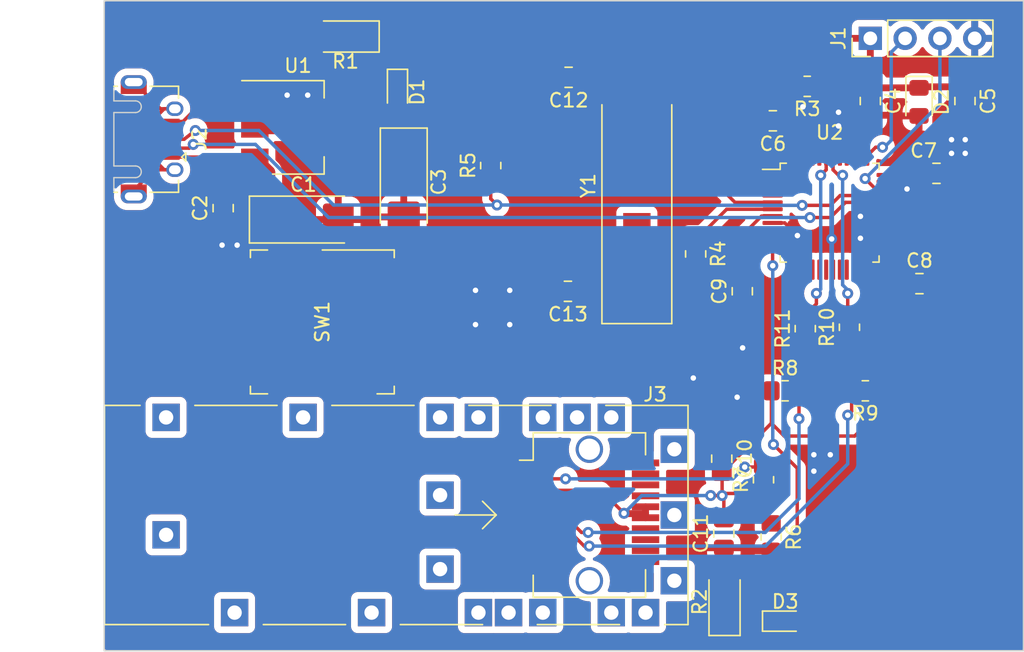
<source format=kicad_pcb>
(kicad_pcb (version 20221018) (generator pcbnew)

  (general
    (thickness 1.6)
  )

  (paper "A4")
  (layers
    (0 "F.Cu" signal)
    (31 "B.Cu" signal)
    (32 "B.Adhes" user "B.Adhesive")
    (33 "F.Adhes" user "F.Adhesive")
    (34 "B.Paste" user)
    (35 "F.Paste" user)
    (36 "B.SilkS" user "B.Silkscreen")
    (37 "F.SilkS" user "F.Silkscreen")
    (38 "B.Mask" user)
    (39 "F.Mask" user)
    (40 "Dwgs.User" user "User.Drawings")
    (41 "Cmts.User" user "User.Comments")
    (42 "Eco1.User" user "User.Eco1")
    (43 "Eco2.User" user "User.Eco2")
    (44 "Edge.Cuts" user)
    (45 "Margin" user)
    (46 "B.CrtYd" user "B.Courtyard")
    (47 "F.CrtYd" user "F.Courtyard")
    (48 "B.Fab" user)
    (49 "F.Fab" user)
    (50 "User.1" user)
    (51 "User.2" user)
    (52 "User.3" user)
    (53 "User.4" user)
    (54 "User.5" user)
    (55 "User.6" user)
    (56 "User.7" user)
    (57 "User.8" user)
    (58 "User.9" user)
  )

  (setup
    (pad_to_mask_clearance 0)
    (pcbplotparams
      (layerselection 0x00010fc_ffffffff)
      (plot_on_all_layers_selection 0x0000000_00000000)
      (disableapertmacros false)
      (usegerberextensions false)
      (usegerberattributes true)
      (usegerberadvancedattributes true)
      (creategerberjobfile true)
      (dashed_line_dash_ratio 12.000000)
      (dashed_line_gap_ratio 3.000000)
      (svgprecision 4)
      (plotframeref false)
      (viasonmask false)
      (mode 1)
      (useauxorigin false)
      (hpglpennumber 1)
      (hpglpenspeed 20)
      (hpglpendiameter 15.000000)
      (dxfpolygonmode true)
      (dxfimperialunits true)
      (dxfusepcbnewfont true)
      (psnegative false)
      (psa4output false)
      (plotreference true)
      (plotvalue true)
      (plotinvisibletext false)
      (sketchpadsonfab false)
      (subtractmaskfromsilk false)
      (outputformat 1)
      (mirror false)
      (drillshape 1)
      (scaleselection 1)
      (outputdirectory "")
    )
  )

  (net 0 "")
  (net 1 "/SDA")
  (net 2 "/SCL")
  (net 3 "GND")
  (net 4 "+3.3V")
  (net 5 "VBUS")
  (net 6 "Net-(SW1-A)")
  (net 7 "Net-(U2-PD0)")
  (net 8 "Net-(C13-Pad1)")
  (net 9 "Net-(D1-K)")
  (net 10 "Net-(D3-K)")
  (net 11 "Net-(D3-A)")
  (net 12 "/SWCLK")
  (net 13 "/SWDIO")
  (net 14 "/USB_D-")
  (net 15 "unconnected-(J3-TD--Pad19)")
  (net 16 "unconnected-(J3-TD+-Pad18)")
  (net 17 "unconnected-(J3-RD+-Pad13)")
  (net 18 "unconnected-(J3-RD--Pad12)")
  (net 19 "unconnected-(J3-RS1-Pad9)")
  (net 20 "unconnected-(J3-RX_LOS-Pad8)")
  (net 21 "unconnected-(J3-RS0-Pad7)")
  (net 22 "Net-(J3-TX_FAULT)")
  (net 23 "Net-(U2-BOOT0)")
  (net 24 "Net-(U2-PD1)")
  (net 25 "/USB_D+")
  (net 26 "Net-(U2-PB6)")
  (net 27 "Net-(U2-PB7)")
  (net 28 "unconnected-(U2-VBAT-Pad1)")
  (net 29 "unconnected-(U2-PC13-Pad2)")
  (net 30 "unconnected-(U2-PC14-Pad3)")
  (net 31 "unconnected-(U2-PC15-Pad4)")
  (net 32 "unconnected-(U2-VDDA-Pad9)")
  (net 33 "unconnected-(U2-PA0-Pad10)")
  (net 34 "unconnected-(U2-PA1-Pad11)")
  (net 35 "unconnected-(U2-PA3-Pad13)")
  (net 36 "unconnected-(U2-PA4-Pad14)")
  (net 37 "unconnected-(U2-PA5-Pad15)")
  (net 38 "unconnected-(U2-PA6-Pad16)")
  (net 39 "unconnected-(U2-PA7-Pad17)")
  (net 40 "unconnected-(U2-PB0-Pad18)")
  (net 41 "unconnected-(U2-PB1-Pad19)")
  (net 42 "unconnected-(U2-PB2-Pad20)")
  (net 43 "unconnected-(U2-PB10-Pad21)")
  (net 44 "unconnected-(U2-PB11-Pad22)")
  (net 45 "unconnected-(U2-PB12-Pad25)")
  (net 46 "unconnected-(U2-PB13-Pad26)")
  (net 47 "unconnected-(U2-PB14-Pad27)")
  (net 48 "unconnected-(U2-PB15-Pad28)")
  (net 49 "unconnected-(U2-PA8-Pad29)")
  (net 50 "unconnected-(U2-PA9-Pad30)")
  (net 51 "unconnected-(U2-PA10-Pad31)")
  (net 52 "unconnected-(U2-PA15-Pad38)")
  (net 53 "unconnected-(U2-PB3-Pad39)")
  (net 54 "unconnected-(U2-PB4-Pad40)")
  (net 55 "unconnected-(U2-PB5-Pad41)")
  (net 56 "unconnected-(U2-PB8-Pad45)")
  (net 57 "unconnected-(U2-PB9-Pad46)")
  (net 58 "unconnected-(J2-ID-Pad4)")
  (net 59 "unconnected-(J2-Shield-Pad6)")
  (net 60 "unconnected-(J3-PadCAGE)")

  (footprint "Package_QFP:LQFP-48_7x7mm_P0.5mm" (layer "F.Cu") (at 168.3512 119.3292))

  (footprint "Diode_SMD:D_1206_3216Metric_Pad1.42x1.75mm_HandSolder" (layer "F.Cu") (at 133.0087 106.4729 180))

  (footprint "Resistor_SMD:R_0805_2012Metric_Pad1.20x1.40mm_HandSolder" (layer "F.Cu") (at 164.084 143.0114 -90))

  (footprint "Capacitor_SMD:C_0805_2012Metric_Pad1.18x1.45mm_HandSolder" (layer "F.Cu") (at 171.323 111.1797 -90))

  (footprint "Resistor_SMD:R_0805_2012Metric_Pad1.20x1.40mm_HandSolder" (layer "F.Cu") (at 165.1 132.334))

  (footprint "Crystal:Crystal_SMD_HC49-SD_HandSoldering" (layer "F.Cu") (at 154.2796 117.3541 90))

  (footprint "Capacitor_SMD:C_0805_2012Metric_Pad1.18x1.45mm_HandSolder" (layer "F.Cu") (at 160.6296 142.7519 90))

  (footprint "Button_Switch_SMD:SW_MEC_5GSH9" (layer "F.Cu") (at 131.318 127.3048 -90))

  (footprint "Resistor_SMD:R_0805_2012Metric_Pad1.20x1.40mm_HandSolder" (layer "F.Cu") (at 143.6116 115.8908 90))

  (footprint "Resistor_SMD:R_0805_2012Metric_Pad1.20x1.40mm_HandSolder" (layer "F.Cu") (at 169.799 127.6952 90))

  (footprint "Capacitor_SMD:C_0805_2012Metric_Pad1.18x1.45mm_HandSolder" (layer "F.Cu") (at 174.9083 124.5108))

  (footprint "Capacitor_SMD:C_0805_2012Metric_Pad1.18x1.45mm_HandSolder" (layer "F.Cu") (at 160.4772 137.287 -90))

  (footprint "Capacitor_SMD:C_0805_2012Metric_Pad1.18x1.45mm_HandSolder" (layer "F.Cu") (at 178.2318 111.1797 -90))

  (footprint "Diode_SMD:D_0603_1608Metric_Pad1.05x0.95mm_HandSolder" (layer "F.Cu") (at 165.1114 149.1488))

  (footprint "Capacitor_SMD:C_0805_2012Metric_Pad1.18x1.45mm_HandSolder" (layer "F.Cu") (at 161.9758 125.0657 90))

  (footprint "Capacitor_SMD:C_0805_2012Metric_Pad1.18x1.45mm_HandSolder" (layer "F.Cu") (at 124.079 118.999 90))

  (footprint "Connector_PinHeader_2.54mm:PinHeader_1x04_P2.54mm_Vertical" (layer "F.Cu") (at 171.323 106.6038 90))

  (footprint "Capacitor_SMD:C_0805_2012Metric_Pad1.18x1.45mm_HandSolder" (layer "F.Cu") (at 149.2465 125.0696 180))

  (footprint "Diode_SMD:D_1206_3216Metric_Pad1.42x1.75mm_HandSolder" (layer "F.Cu") (at 160.6804 147.7375 90))

  (footprint "Capacitor_SMD:C_0805_2012Metric_Pad1.18x1.45mm_HandSolder" (layer "F.Cu") (at 164.2071 112.6236 180))

  (footprint "Resistor_SMD:R_0805_2012Metric_Pad1.20x1.40mm_HandSolder" (layer "F.Cu") (at 163.5252 138.827 90))

  (footprint "Diode_SMD:D_0603_1608Metric_Pad1.05x0.95mm_HandSolder" (layer "F.Cu") (at 136.8044 110.5255 -90))

  (footprint "Diode_SMD:D_0805_2012Metric_Pad1.15x1.40mm_HandSolder" (layer "F.Cu") (at 174.879 111.243 -90))

  (footprint "Connector_USB:USB_Micro-AB_Molex_47590-0001" (layer "F.Cu") (at 117.5512 113.9711 -90))

  (footprint "Connector:Connector_SFP_and_Cage" (layer "F.Cu") (at 157.0134 141.3996))

  (footprint "Capacitor_SMD:C_0805_2012Metric_Pad1.18x1.45mm_HandSolder" (layer "F.Cu") (at 176.1529 116.459))

  (footprint "Capacitor_Tantalum_SMD:CP_EIA-6032-28_Kemet-C_Pad2.25x2.35mm_HandSolder" (layer "F.Cu") (at 137.2616 117.0901 -90))

  (footprint "Capacitor_Tantalum_SMD:CP_EIA-6032-28_Kemet-C_Pad2.25x2.35mm_HandSolder" (layer "F.Cu") (at 129.931 119.8333))

  (footprint "Resistor_SMD:R_0805_2012Metric_Pad1.20x1.40mm_HandSolder" (layer "F.Cu") (at 166.7162 110.109 180))

  (footprint "Resistor_SMD:R_0805_2012Metric_Pad1.20x1.40mm_HandSolder" (layer "F.Cu") (at 166.5732 127.7968 90))

  (footprint "Capacitor_SMD:C_0805_2012Metric_Pad1.18x1.45mm_HandSolder" (layer "F.Cu") (at 149.2973 109.4486 180))

  (footprint "Resistor_SMD:R_0805_2012Metric_Pad1.20x1.40mm_HandSolder" (layer "F.Cu") (at 158.5722 122.3424 -90))

  (footprint "Package_TO_SOT_SMD:SOT-223-3_TabPin2" (layer "F.Cu") (at 129.54 113.1023))

  (footprint "Resistor_SMD:R_0805_2012Metric_Pad1.20x1.40mm_HandSolder" (layer "F.Cu") (at 170.958 132.334 180))

  (gr_rect (start 115.3922 103.8606) (end 182.499 151.3078)
    (stroke (width 0.1) (type default)) (fill none) (layer "Edge.Cuts") (tstamp 07557a77-cd6c-45a5-a4aa-e5067e732f4d))

  (segment (start 166.116 134.366) (end 166.116 132.35) (width 0.25) (layer "F.Cu") (net 1) (tstamp 37e6b80c-dcec-434d-bd27-9be2f83aa606))
  (segment (start 147.9634 140.3996) (end 150.2356 142.6718) (width 0.25) (layer "F.Cu") (net 1) (tstamp 59c34813-c6d6-4317-854b-8f18d86ec471))
  (segment (start 166.116 132.35) (end 166.1 132.334) (width 0.25) (layer "F.Cu") (net 1) (tstamp 6303944d-0002-457d-9450-90d81843aee0))
  (segment (start 166.5732 131.8608) (end 166.1 132.334) (width 0.25) (layer "F.Cu") (net 1) (tstamp 69e283f6-4414-4f51-97e7-5617229fc98c))
  (segment (start 166.5732 128.7968) (end 166.5732 131.8608) (width 0.25) (layer "F.Cu") (net 1) (tstamp 7770e24f-b9d9-499f-b349-603020dcad26))
  (segment (start 146.7134 140.3996) (end 147.9634 140.3996) (width 0.25) (layer "F.Cu") (net 1) (tstamp e1c704a5-d920-4bfb-9e1f-90df3291985e))
  (segment (start 150.2356 142.6718) (end 150.7236 142.6718) (width 0.25) (layer "F.Cu") (net 1) (tstamp fc26fa84-1875-4981-847b-5b56be399b67))
  (via (at 150.7236 142.6718) (size 0.8) (drill 0.4) (layers "F.Cu" "B.Cu") (net 1) (tstamp 07250618-81b8-4190-b848-5fc5480cdc8b))
  (via (at 166.116 134.366) (size 0.8) (drill 0.4) (layers "F.Cu" "B.Cu") (net 1) (tstamp d2d2f096-6290-4d80-9c62-9e6d83226b5a))
  (segment (start 166.116 140.208) (end 166.116 134.366) (width 0.25) (layer "B.Cu") (net 1) (tstamp 1f3dda15-9eec-4434-ba30-e9a5b014d8ef))
  (segment (start 163.6522 142.6718) (end 165.354 140.97) (width 0.25) (layer "B.Cu") (net 1) (tstamp 2a081040-fbb1-4ce0-bdcd-d9b36352ad8d))
  (segment (start 150.7236 142.6718) (end 163.6522 142.6718) (width 0.25) (layer "B.Cu") (net 1) (tstamp 2b4de40d-dbc6-441a-bc27-daaacf05a41f))
  (segment (start 165.354 140.97) (end 166.116 140.208) (width 0.25) (layer "B.Cu") (net 1) (tstamp e8c68f0c-bd29-44b1-8e4c-4b033c4af87c))
  (segment (start 146.7134 141.1996) (end 147.9634 141.1996) (width 0.25) (layer "F.Cu") (net 2) (tstamp 1fe79c46-50e2-4824-9ad4-f240f11cd749))
  (segment (start 169.799 132.175) (end 169.958 132.334) (width 0.25) (layer "F.Cu") (net 2) (tstamp 87b7b050-e9c2-4e9a-a17d-acc2acc96e27))
  (segment (start 169.958 133.826) (end 169.672 134.112) (width 0.25) (layer "F.Cu") (net 2) (tstamp 97f9c2bb-36a6-4bb6-a5a6-e8499ac00b65))
  (segment (start 147.9634 141.1996) (end 150.432158 143.668358) (width 0.25) (layer "F.Cu") (net 2) (tstamp 99df8923-aeee-4974-9d5f-44bb5d44f31f))
  (segment (start 169.799 128.6952) (end 169.799 132.175) (width 0.25) (layer "F.Cu") (net 2) (tstamp 9c279b87-47a7-49cd-8ba5-b179e3bceff4))
  (segment (start 169.958 132.334) (end 169.958 133.826) (width 0.25) (layer "F.Cu") (net 2) (tstamp a9d63d52-dd0e-46a4-b72f-51e3194e08bf))
  (segment (start 150.432158 143.668358) (end 150.800258 143.668358) (width 0.25) (layer "F.Cu") (net 2) (tstamp d25c025b-9e07-43b2-b2fa-d460d354525d))
  (via (at 169.672 134.112) (size 0.8) (drill 0.4) (layers "F.Cu" "B.Cu") (net 2) (tstamp 6e68306a-ec14-414d-8819-53793ce2ecb1))
  (via (at 150.800258 143.668358) (size 0.8) (drill 0.4) (layers "F.Cu" "B.Cu") (net 2) (tstamp 925af110-17c1-43d7-9793-76c7b634be07))
  (segment (start 169.672 137.668) (end 163.671642 143.668358) (width 0.25) (layer "B.Cu") (net 2) (tstamp 69defdb7-6cab-4efe-b105-8e77db5092a9))
  (segment (start 150.800258 143.668358) (end 163.671642 143.668358) (width 0.25) (layer "B.Cu") (net 2) (tstamp 77ddd01c-37d6-4851-a825-9fa310c0956f))
  (segment (start 169.672 134.112) (end 169.672 137.668) (width 0.25) (layer "B.Cu") (net 2) (tstamp d24bb4cc-9960-4c3e-9994-4e3ce5f6ad2b))
  (segment (start 172.5137 117.0792) (end 173.4792 117.0792) (width 0.25) (layer "F.Cu") (net 3) (tstamp 138999ab-9f2a-497e-871a-6ec322e8d03e))
  (segment (start 123.02 110.8023) (end 126.39 110.8023) (width 0.25) (layer "F.Cu") (net 3) (tstamp 19d32d3a-eefb-4bca-8779-5bd21f28eed6))
  (segment (start 145.2004 141.9996) (end 145.2 142) (width 0.25) (layer "F.Cu") (net 3) (tstamp 2e649ddf-2ce7-43d3-9b6e-5fda315314cb))
  (segment (start 170.6012 123.4917) (end 170.6 121.2) (width 0.25) (layer "F.Cu") (net 3) (tstamp 3b72c5ce-3ae1-4994-80a2-406e054fbcdb))
  (segment (start 170.6 121.2) (end 170.6 119.6) (width 0.25) (layer "F.Cu") (net 3) (tstamp 43eaff2f-377a-43de-98c0-ffe58364cf00))
  (segment (start 120.2262 112.6711) (end 121.1512 112.6711) (width 0.25) (layer "F.Cu") (net 3) (tstamp 484fddd1-acb4-4498-86ab-e2e30409a560))
  (segment (start 165.7162 110.9162) (end 166.4 111.6) (width 0.25) (layer "F.Cu") (net 3) (tstamp 49ed41f1-c2ad-4a62-a71f-e96bd2cbc7de))
  (segment (start 164.1887 120.0792) (end 165.0792 120.0792) (width 0.25) (layer "F.Cu") (net 3) (tstamp 57570977-40a3-477f-9825-5e068c2ff8f7))
  (segment (start 170.6 119.6) (end 170.6012 119.6012) (width 0.25) (layer "F.Cu") (net 3) (tstamp 731a8e58-451b-4f37-947c-f9a6cdeacbce))
  (segment (start 165.7162 110.109) (end 165.7162 110.9162) (width 0.25) (layer "F.Cu") (net 3) (tstamp 82b18c1c-cfcf-4835-bdd2-36f103ef2d31))
  (segment (start 130.7194 106.4729) (end 126.39 110.8023) (width 0.25) (layer "F.Cu") (net 3) (tstamp 9448b02b-df94-4141-bf40-405fd8d0b2c1))
  (segment (start 121.1512 112.6711) (end 123.02 110.8023) (width 0.25) (layer "F.Cu") (net 3) (tstamp a43976ab-02c9-433a-80e9-2cd7b2d7c798))
  (segment (start 173.4792 117.0792) (end 174 117.6) (width 0.25) (layer "F.Cu") (net 3) (tstamp a7cbe0d2-bdb4-4826-b740-cd75b105236a))
  (segment (start 165.0792 120.0792) (end 166 121) (width 0.25) (layer "F.Cu") (net 3) (tstamp c8f7a21c-1292-400f-acc0-31a9d916ab10))
  (segment (start 145.2004 141.9996) (end 146.7134 141.9996) (width 0.25) (layer "F.Cu") (net 3) (tstamp cf7f1095-8adc-4ab5-b7a7-c8a45cb54d26))
  (segment (start 131.5212 106.4729) (end 130.7194 106.4729) (width 0.25) (layer "F.Cu") (net 3) (tstamp d78c1915-55ab-4d9f-a7d6-ee138ea82c67))
  (via (at 178.25 114) (size 0.8) (drill 0.4) (layers "F.Cu" "B.Cu") (free) (net 3) (tstamp 072ffedf-9d55-4869-a128-f9ba8d799aa9))
  (via (at 177.25 115) (size 0.8) (drill 0.4) (layers "F.Cu" "B.Cu") (free) (net 3) (tstamp 0b5676ff-d9fd-4950-bb21-22bae9e8a3fd))
  (via (at 158.4 131.4) (size 0.8) (drill 0.4) (layers "F.Cu" "B.Cu") (free) (net 3) (tstamp 16c12943-c0d6-43bd-b6c8-9e83450da58c))
  (via (at 174 117.6) (size 0.8) (drill 0.4) (layers "F.Cu" "B.Cu") (net 3) (tstamp 26d1d4c1-afea-4885-82f9-8b20ab438d4e))
  (via (at 142.5 127.5) (size 0.8) (drill 0.4) (layers "F.Cu" "B.Cu") (free) (net 3) (tstamp 34c301fa-a455-4fa2-a39c-b550623c014d))
  (via (at 167.2 137) (size 0.8) (drill 0.4) (layers "F.Cu" "B.Cu") (free) (net 3) (tstamp 3c1a47ed-2cca-4dc2-84d7-22cc8bdbd7de))
  (via (at 168.5 121.25) (size 0.8) (drill 0.4) (layers "F.Cu" "B.Cu") (free) (net 3) (tstamp 51d19bab-8176-4fd2-ab19-e5a550b32713))
  (via (at 169 113) (size 0.8) (drill 0.4) (layers "F.Cu" "B.Cu") (free) (net 3) (tstamp 535ba83c-5e39-402f-8756-589069b9b0c2))
  (via (at 178.25 115) (size 0.8) (drill 0.4) (layers "F.Cu" "B.Cu") (free) (net 3) (tstamp 56a06e7a-a940-4f70-8ee6-60467ece9642))
  (via (at 167.2 138.2) (size 0.8) (drill 0.4) (layers "F.Cu" "B.Cu") (free) (net 3) (tstamp 57141236-74b8-41ed-988a-0d4de38856ac))
  (via (at 170.6 121.2) (size 0.8) (drill 0.4) (layers "F.Cu" "B.Cu") (net 3) (tstamp 57d1204c-9d44-4714-b2a0-4e0d38d900a5))
  (via (at 166 121) (size 0.8) (drill 0.4) (layers "F.Cu" "B.Cu") (net 3) (tstamp 680f9308-df5a-4254-b5a3-9b5091e2bd06))
  (via (at 177.25 114) (size 0.8) (drill 0.4) (layers "F.Cu" "B.Cu") (free) (net 3) (tstamp 69e59a42-a5d1-4d05-bd4f-55209c882448))
  (via (at 161.6 132.8) (size 0.8) (drill 0.4) (layers "F.Cu" "B.Cu") (free) (net 3) (tstamp 77858774-b364-457f-98e7-54cea92d6bc4))
  (via (at 145 125) (size 0.8) (drill 0.4) (layers "F.Cu" "B.Cu") (free) (net 3) (tstamp 79806248-fae3-4cf5-a849-6469676b42c1))
  (via (at 130.25 110.75) (size 0.8) (drill 0.4) (layers "F.Cu" "B.Cu") (free) (net 3) (tstamp 815263b8-64f6-4de5-8e4b-94fa2a05e029))
  (via (at 166.4 111.6) (size 0.8) (drill 0.4) (layers "F.Cu" "B.Cu") (net 3) (tstamp 887c85b1-7ca4-448e-8415-07f88dda2cb3))
  (via (at 168.4 137) (size 0.8) (drill 0.4) (layers "F.Cu" "B.Cu") (free) (net 3) (tstamp a1ec640b-95eb-4875-aca0-787fa9089591))
  (via (at 128.75 110.75) (size 0.8) (drill 0.4) (layers "F.Cu" "B.Cu") (free) (net 3) (tstamp a5b42a78-3c0e-465e-9d5b-fc3855769d05))
  (via (at 142.5 125) (size 0.8) (drill 0.4) (layers "F.Cu" "B.Cu") (free) (net 3) (tstamp a955024f-a922-475a-9cf2-c15d291c08c3))
  (via (at 170.6 119.6) (size 0.8) (drill 0.4) (layers "F.Cu" "B.Cu") (net 3) (tstamp ac27e706-cef9-4bc6-8c71-c90226a0866f))
  (via (at 124 121.7) (size 0.8) (drill 0.4) (layers "F.Cu" "B.Cu") (free) (net 3) (tstamp ae151f7e-019a-4356-ad73-b4e6215b380f))
  (via (at 162 129.2) (size 0.8) (drill 0.4) (layers "F.Cu" "B.Cu") (free) (net 3) (tstamp c5a878c8-a51f-460e-8256-30271cbe188b))
  (via (at 145 127.5) (size 0.8) (drill 0.4) (layers "F.Cu" "B.Cu") (free) (net 3) (tstamp ef19e2e8-6f1c-445f-9ecf-c27c6d3585af))
  (via (at 125.1 121.7) (size 0.8) (drill 0.4) (layers "F.Cu" "B.Cu") (free) (net 3) (tstamp f6887c5b-a183-41e3-8ebc-21f4138ee6dd))
  (via (at 169 112) (size 0.8) (drill 0.4) (layers "F.Cu" "B.Cu") (free) (net 3) (tstamp fa168252-1f1c-4eda-be28-abe47b5a973d))
  (segment (start 176.6382 117.9818) (end 175.1154 116.459) (width 0.25) (layer "F.Cu") (net 4) (tstamp 0353730d-7552-4a4a-95ee-58be92395fa9))
  (segment (start 176.1 112.274) (end 176.1 115.4744) (width 0.5) (layer "F.Cu") (net 4) (tstamp 065a0a5b-1e4d-4c34-ad3f-c18706aa9f09))
  (segment (start 178.2318 110.1422) (end 174.9548 110.1422) (width 0.5) (layer "F.Cu") (net 4) (tstamp 09eb84ee-df7f-4d9e-b116-8c2532ef4b9f))
  (segment (start 173.8708 130.4212) (end 171.958 132.334) (width 0.25) (layer "F.Cu") (net 4) (tstamp 11259734-d647-4037-a7d6-a7ea0502c924))
  (segment (start 165.2446 114.8101) (end 165.6012 115.1667) (width 0.25) (layer "F.Cu") (net 4) (tstamp 1497f95a-3608-48fb-a141-cd897ec4f05e))
  (segment (start 160.6296 140.1064) (end 160.5026 139.9794) (width 0.25) (layer "F.Cu") (net 4) (tstamp 171a8c94-163b-454c-96e1-43b435e6c619))
  (segment (start 171.323 110.1422) (end 171.323 106.6038) (width 0.5) (layer "F.Cu") (net 4) (tstamp 214d88ae-0c7f-46da-906c-19f1ab95bf94))
  (segment (start 169.6388 108.458) (end 171.323 110.1422) (width 0.25) (layer "F.Cu") (net 4) (tstamp 24fdd8a2-9d53-473e-8fd3-1ba270cafc4c))
  (segment (start 154.9134 141.5996) (end 154.9134 141.3002) (width 0.5) (layer "F.Cu") (net 4) (tstamp 2f455349-a1ef-4abf-a7c3-105b89a66a07))
  (segment (start 176.6382 118.7704) (end 176.6382 120.2878) (width 0.25) (layer "F.Cu") (net 4) (tstamp 374ad601-21e7-4611-a87a-7a9048cb04f3))
  (segment (start 145.1979 106.6038) (end 137.2616 114.5401) (width 0.5) (layer "F.Cu") (net 4) (tstamp 3d1b4ff4-6fc5-4a91-a808-54e76f96bc20))
  (segment (start 173.8708 124.5108) (end 173.8708 130.4212) (width 0.25) (layer "F.Cu") (net 4) (tstamp 4036ba3c-c3f7-495a-97fe-d0d8e14588e2))
  (segment (start 172.1203 124.5108) (end 171.1012 123.4917) (width 0.25) (layer "F.Cu") (net 4) (tstamp 413a617c-92b1-4efc-b9f0-2d1159ae75ef))
  (segment (start 133.6044 114.0167) (end 132.69 113.1023) (width 0.5) (layer "F.Cu") (net 4) (tstamp 419d673f-f1aa-40a1-a3be-38216f704f9d))
  (segment (start 171.3988 110.218) (end 171.323 110.1422) (width 0.5) (layer "F.Cu") (net 4) (tstamp 463ed470-eff8-4b74-af33-2923e7fe572d))
  (segment (start 174.9548 110.1422) (end 174.879 110.218) (width 0.5) (layer "F.Cu") (net 4) (tstamp 46b7652a-11e0-4eca-9ad4-e350dfaddb34))
  (segment (start 154.9134 141.3002) (end 153.3652 141.3002) (width 0.5) (layer "F.Cu") (net 4) (tstamp 46cfee91-3f06-4cc9-94f8-dd386a42d0fa))
  (segment (start 164.1 134.7017) (end 165.0343 135.636) (width 0.25) (layer "F.Cu") (net 4) (tstamp 5046eebf-d038-4088-8221-3da2dbad2acf))
  (segment (start 173.8708 124.5108) (end 172.1203 124.5108) (width 0.25) (layer "F.Cu") (net 4) (tstamp 532a8fe7-7ba8-4862-8e54-f905e7526f9b))
  (segment (start 172.5137 116.5792) (end 174.9952 116.5792) (width 0.25) (layer "F.Cu") (net 4) (tstamp 5e3fe565-8ea9-47c8-8294-41290c94623a))
  (segment (start 164.1 132.334) (end 164.1 132.461) (width 0.25) (layer "F.Cu") (net 4) (tstamp 61ac037b-281c-4da7-8b2a-30ab7619b415))
  (segment (start 163.5252 139.827) (end 163.5252 141.4526) (width 0.25) (layer "F.Cu") (net 4) (tstamp 64c3a999-0fb2-42e4-b057-38e440ac11f4))
  (segment (start 153.3398 141.2748) (end 151.6646 139.5996) (width 0.25) (layer "F.Cu") (net 4) (tstamp 6784a14f-da5e-4fd4-80f9-8c529b3a4833))
  (segment (start 160.5026 138.3499) (end 160.4772 138.3245) (width 0.25) (layer "F.Cu") (net 4) (tstamp 6b729a5e-c87d-42c8-adcb-511fbe27a29f))
  (segment (start 178.2318 110.1422) (end 176.1 112.274) (width 0.5) (layer "F.Cu") (net 4) (tstamp 6db5d694-c5e3-4021-bb22-5a0872c17b2c))
  (segment (start 160.5026 139.9794) (end 159.6644 139.9794) (width 0.25) (layer "F.Cu") (net 4) (tstamp 6dc569c4-dfc9-4d94-b66b-6b536f3f7ad8))
  (segment (start 137.4548 114.0167) (end 133.6044 114.0167) (width 0.5) (layer "F.Cu") (net 4) (tstamp 732c77e7-39df-4f84-a410-d8e44af36cd9))
  (segment (start 137.2616 114.5401) (end 143.2609 114.5401) (width 0.5) (layer "F.Cu") (net 4) (tstamp 7538c500-1d48-4b42-a950-b2b66c7b78d9))
  (segment (start 165.2446 112.6236) (end 165.2446 112.1586) (width 0.25) (layer "F.Cu") (net 4) (tstamp 780071b9-380c-4f4e-8c76-d6c02cceb188))
  (segment (start 136.8044 111.4005) (end 134.3918 111.4005) (width 0.25) (layer "F.Cu") (net 4) (tstamp 7977a766-5815-4db7-9fe1-2523fb86b06f))
  (segment (start 164.1 134.7017) (end 160.4772 138.3245) (width 0.25) (layer "F.Cu") (net 4) (tstamp 7b14f7fe-50e6-40ed-ba6b-81ee5b54829d))
  (segment (start 165.0343 135.636) (end 170.18 135.636) (width 0.25) (layer "F.Cu") (net 4) (tstamp 7b93231c-8919-4ce1-abed-c60f8ff982a5))
  (segment (start 164.1 132.334) (end 164.1 134.7017) (width 0.25) (layer "F.Cu") (net 4) (tstamp 7e651bfd-6663-4988-a93c-02e665943989))
  (segment (start 126.39 113.1023) (end 132.69 113.1023) (width 1) (layer "F.Cu") (net 4) (tstamp 880d8d13-5f0d-4b29-94c5-2f44ab50d328))
  (segment (start 163.957 109.22) (end 164.719 108.458) (width 0.25) (layer "F.Cu") (net 4) (tstamp 8baea0c2-c529-46f0-a107-531ffab5078f))
  (segment (start 153.3144 141.3002) (end 153.289 141.3002) (width 0.5) (layer "F.Cu") (net 4) (tstamp 913d134f-4d68-4eab-bb30-ba0e2d5d4594))
  (segment (start 153.3652 141.3002) (end 153.3398 141.2748) (width 0.5) (layer "F.Cu") (net 4) (tstamp 91867d9d-6321-462f-a6b7-a9685fbe5565))
  (segment (start 160.5026 139.9794) (end 160.655 139.827) (width 0.25) (layer "F.Cu") (net 4) (tstamp 91e7e12c-722d-480b-b307-a1fea2378c57))
  (segment (start 164.719 108.458) (end 169.6388 108.458) (width 0.25) (layer "F.Cu") (net 4) (tstamp 990cae34-7ff4-4f88-bc5f-0fed8e50b0a0))
  (segment (start 165.2446 112.6236) (end 165.2446 114.8101) (width 0.25) (layer "F.Cu") (net 4) (tstamp 9a3d13a1-c292-41fd-8aee-899401d111d0))
  (segment (start 173.8708 123.0552) (end 173.8708 124.5108) (width 0.25) (layer "F.Cu") (net 4) (tstamp a496add7-0541-4f34-879f-a0761736ea22))
  (segment (start 163.957 110.871) (end 163.957 109.22) (width 0.25) (layer "F.Cu") (net 4) (tstamp afe55d11-4765-46b2-b741-aa909dad6cec))
  (segment (start 171.958 133.858) (end 171.958 132.334) (width 0.25) (layer "F.Cu") (net 4) (tstamp b22c89dd-4d35-4314-bdc8-a2ae097230a5))
  (segment (start 160.6296 141.7144) (end 160.6296 140.1064) (width 0.25) (layer "F.Cu") (net 4) (tstamp b2598add-5925-4614-bf96-4f4286a86133))
  (segment (start 176.6382 120.2878) (end 173.8708 123.0552) (width 0.25) (layer "F.Cu") (net 4) (tstamp b37107cf-5a73-4137-8232-229e403cbf6f))
  (segment (start 153.3398 141.2748) (end 153.3144 141.3002) (width 0.5) (layer "F.Cu") (net 4) (tstamp b3a9fb1a-1a68-43a4-96c4-9e39b9041898))
  (segment (start 176.6382 118.7704) (end 176.6382 117.9818) (width 0.25) (layer "F.Cu") (net 4) (tstamp b6d83cbc-118e-453a-b6c8-9fc3dfe66a2a))
  (segment (start 176.1 115.4744) (end 175.1154 116.459) (width 0.5) (layer "F.Cu") (net 4) (tstamp bb0677a7-daa3-4d2c-8a06-8d1659f26677))
  (segment (start 163.5252 141.4526) (end 164.084 142.0114) (width 0.25) (layer "F.Cu") (net 4) (tstamp bcb79e67-6e6d-4f73-b007-c2e752a1ef90))
  (segment (start 170.18 135.636) (end 171.958 133.858) (width 0.25) (layer "F.Cu") (net 4) (tstamp beca54bc-7ed2-43e9-a3ea-124e7744ba7d))
  (segment (start 165.2446 112.1586) (end 163.957 110.871) (width 0.25) (layer "F.Cu") (net 4) (tstamp c3dde1d5-3c4e-4a37-a1a2-6e6267720957))
  (segment (start 160.655 139.827) (end 163.5252 139.827) (width 0.25) (layer "F.Cu") (net 4) (tstamp ca738fb0-ed70-4953-a8a2-90932460f3f9))
  (segment (start 171.323 106.6038) (end 145.1979 106.6038) (width 0.5) (layer "F.Cu") (net 4) (tstamp d20b616e-a3a5-4aec-9927-a290a01d4463))
  (segment (start 151.6646 139.5996) (end 146.7134 139.5996) (width 0.25) (layer "F.Cu") (net 4) (tstamp d22af945-6d1f-4e1a-bb84-accadc1fda76))
  (segment (start 134.3918 111.4005) (end 132.69 113.1023) (width 0.25) (layer "F.Cu") (net 4) (tstamp d43d3374-e31d-4cab-be29-688407ae30c3))
  (segment (start 143.2609 114.5401) (end 143.6116 114.8908) (width 0.5) (layer "F.Cu") (net 4) (tstamp d576c740-7f63-472c-b994-7a84e59da9e6))
  (segment (start 174.9952 116.5792) (end 175.1154 116.459) (width 0.25) (layer "F.Cu") (net 4) (tstamp d7fc98a4-9739-4a15-a92d-84901df07e0f))
  (segment (start 178.4096 109.9644) (end 178.2318 110.1422) (width 0.5) (layer "F.Cu") (net 4) (tstamp e8e6cf04-f637-4697-bf44-17a395f1e4e9))
  (segment (start 174.879 110.218) (end 171.3988 110.218) (width 0.5) (layer "F.Cu") (net 4) (tstamp eae5d58f-0441-48f1-88af-86e993be3220))
  (segment (start 160.5026 139.9794) (end 160.5026 138.3499) (width 0.25) (layer "F.Cu") (net 4) (tstamp eb61fd2e-a89a-4414-aefe-ee2e9a9c188b))
  (segment (start 154.9134 141.3002) (end 154.9134 140.7996) (width 0.5) (layer "F.Cu") (net 4) (tstamp ee54d70f-0aa9-46a2-bb1d-17180adea3cd))
  (via (at 153.3398 141.2748) (size 0.8) (drill 0.4) (layers "F.Cu" "B.Cu") (net 4) (tstamp 2355b7d0-11f1-47da-95fb-03c1595fe880))
  (via (at 160.5026 139.9794) (size 0.8) (drill 0.4) (layers "F.Cu" "B.Cu") (net 4) (tstamp 28764048-04b8-4a93-b0de-f72aff444070))
  (via (at 159.6644 139.9794) (size 0.8) (drill 0.4) (layers "F.Cu" "B.Cu") (net 4) (tstamp e03a339c-e750-4ac5-80f5-3ea9f2c38afe))
  (segment (start 154.6352 139.9794) (end 159.6644 139.9794) (width 0.25) (layer "B.Cu") (net 4) (tstamp 603dcdc7-e374-4ae4-84f7-056d27d7c769))
  (segment (start 160.5026 139.9794) (end 160.4772 139.9794) (width 0.25) (layer "B.Cu") (net 4) (tstamp 87e12d2a-0d19-44a4-9dfe-28c1f346c10e))
  (segment (start 153.3398 141.2748) (end 154.6352 139.9794) (width 0.25) (layer "B.Cu") (net 4) (tstamp dfa855cb-315c-4a55-a158-a60fdf4bc876))
  (segment (start 126.2588 115.2711) (end 126.39 115.4023) (width 0.25) (layer "F.Cu") (net 5) (tstamp 1509e647-436a-4845-8bfb-4913d9acdb5f))
  (segment (start 126.39 115.4023) (end 126.39 115.6505) (width 0.25) (layer "F.Cu") (net 5) (tstamp 42c56493-834a-4909-8e20-7c53087c283f))
  (segment (start 126.39 115.6505) (end 124.079 117.9615) (width 0.25) (layer "F.Cu") (net 5) (tstamp 4bf23fc6-6227-4d15-9523-209177950579))
  (segment (start 127.381 116.3933) (end 127.381 119.8333) (width 1) (layer "F.Cu") (net 5) (tstamp a7ee7c0a-9450-4f45-8aec-613d06132b9e))
  (segment (start 126.39 115.4023) (end 127.381 116.3933) (width 1) (layer "F.Cu") (net 5) (tstamp b8d26c34-c691-42eb-8b41-3b4109ee4fa9))
  (segment (start 120.2262 115.2711) (end 126.2588 115.2711) (width 0.25) (layer "F.Cu") (net 5) (tstamp ced5038c-724f-40a8-8c97-1295f3e86697))
  (segment (start 126.7106 115.7229) (end 126.39 115.4023) (width 0.5) (layer "F.Cu") (net 5) (tstamp d79c63ca-2804-4734-9200-80b605e741e1))
  (segment (start 163.383436 119.5792) (end 161.9758 120.986836) (width 0.25) (layer "F.Cu") (net 6) (tstamp 0321d82c-4a8d-4fec-9b76-ecb44ec35a18))
  (segment (start 161.9758 120.986836) (end 161.9758 124.0282) (width 0.25) (layer "F.Cu") (net 6) (tstamp 48cdcac6-f047-4237-b23c-f538f1697c6d))
  (segment (start 161.9758 124.0282) (end 154.8892 131.1148) (width 0.25) (layer "F.Cu") (net 6) (tstamp 7abd4b4e-057e-4dad-b91e-57cd3e83fce2))
  (segment (start 164.1887 119.5792) (end 163.383436 119.5792) (width 0.25) (layer "F.Cu") (net 6) (tstamp 819bdc85-26c0-4cdc-b21c-8b6344cda068))
  (segment (start 137.568 131.1148) (end 125.068 131.1148) (width 0.25) (layer "F.Cu") (net 6) (tstamp 92d60967-34f4-4b02-9c7b-df4e2c990538))
  (segment (start 154.8892 131.1148) (end 137.568 131.1148) (width 0.25) (layer "F.Cu") (net 6) (tstamp fd6d5151-f9b9-4974-a342-ce3d612dd371))
  (segment (start 154.2796 111.4166) (end 161.4422 118.5792) (width 0.25) (layer "F.Cu") (net 7) (tstamp 3ab354eb-8677-4e70-bb7b-cd6082d659ed))
  (segment (start 154.2796 111.4166) (end 152.3028 111.4166) (width 0.25) (layer "F.Cu") (net 7) (tstamp 7c707945-87f1-4d05-98bc-01e9373db5b3))
  (segment (start 152.3028 111.4166) (end 150.3348 109.4486) (width 0.25) (layer "F.Cu") (net 7) (tstamp ba23c2bc-88d8-45df-8909-bc63dc117d4c))
  (segment (start 161.4422 118.5792) (end 164.1887 118.5792) (width 0.25) (layer "F.Cu") (net 7) (tstamp d349d172-069e-40ce-bd1f-1fb4dc1f33a2))
  (segment (start 150.284 125.0696) (end 152.5016 125.0696) (width 0.25) (layer "F.Cu") (net 8) (tstamp 64b6b531-ee42-41a9-85e6-afe5871a739a))
  (segment (start 152.5016 125.0696) (end 154.2796 123.2916) (width 0.25) (layer "F.Cu") (net 8) (tstamp c0e84dc7-e89d-4578-bd04-f5d21b36d9ea))
  (segment (start 154.2796 123.2916) (end 158.5214 123.2916) (width 0.25) (layer "F.Cu") (net 8) (tstamp c5fd1ce3-6ee7-4384-b976-beee8aeeaabe))
  (segment (start 158.5214 123.2916) (end 158.5722 123.3424) (width 0.25) (layer "F.Cu") (net 8) (tstamp fc040a5b-7e97-4d61-8ce2-3929608ea1db))
  (segment (start 136.8044 108.7811) (end 134.4962 106.4729) (width 0.25) (layer "F.Cu") (net 9) (tstamp 1cf9d4de-bfb7-4bd6-be7a-9c1bfe48135a))
  (segment (start 136.8044 109.6505) (end 136.8044 108.7811) (width 0.25) (layer "F.Cu") (net 9) (tstamp 80800ca9-a81b-4fe7-bc8e-e67fcf509927))
  (segment (start 160.7566 149.1488) (end 160.6804 149.225) (width 0.25) (layer "F.Cu") (net 10) (tstamp a20296f9-c4bd-42be-9450-16c7e03c5ab1))
  (segment (start 164.2364 149.1488) (end 160.7566 149.1488) (width 0.25) (layer "F.Cu") (net 10) (tstamp a8bbda53-e8ac-4c8d-9a3e-f7f69707f844))
  (segment (start 164.1887 123.1887) (end 164.2 123.2) (width 0.25) (layer "F.Cu") (net 11) (tstamp 86229250-cec9-47d7-81fb-56fcbbadd27b))
  (segment (start 165.9864 149.1488) (end 165.9864 137.9864) (width 0.25) (layer "F.Cu") (net 11) (tstamp 9094ccdc-569b-4f76-8fcc-7de026c034e4))
  (segment (start 164.1887 122.0792) (end 164.1887 123.1887) (width 0.25) (layer "F.Cu") (net 11) (tstamp 94e5785b-b680-416a-a198-13f03406e35c))
  (segment (start 165.9864 137.9864) (end 164.25 136.25) (width 0.25) (layer "F.Cu") (net 11) (tstamp f6501e0a-c16f-48c9-a0d9-1fa154b685b7))
  (via (at 164.25 136.25) (size 0.8) (drill 0.4) (layers "F.Cu" "B.Cu") (net 11) (tstamp 53560e50-2b81-45c3-8eb0-01533da5740e))
  (via (at 164.2 123.2) (size 0.8) (drill 0.4) (layers "F.Cu" "B.Cu") (net 11) (tstamp b20c276e-e8f6-4b86-8de7-51bf3b79b986))
  (segment (start 164.2 136.2) (end 164.2 123.2) (width 0.25) (layer "B.Cu") (net 11) (tstamp 177c94a6-7ff0-4c92-81e2-d4ee8ea5af2e))
  (segment (start 164.25 136.25) (end 164.2 136.2) (width 0.25) (layer "B.Cu") (net 11) (tstamp bbe02029-8a67-4835-8800-96c3dbd8f1ca))
  (segment (start 171.7139 114.554) (end 171.1012 115.1667) (width 0.25) (layer "F.Cu") (net 12) (tstamp 7ac901a4-6161-4473-bd3b-6f6b3b3c920d))
  (segment (start 172.212 114.554) (end 171.7139 114.554) (width 0.25) (layer "F.Cu") (net 12) (tstamp 96fd2aee-ea32-47d2-a59f-8f52835122e8))
  (via (at 172.212 114.554) (size 0.8) (drill 0.4) (layers "F.Cu" "B.Cu") (net 12) (tstamp 796559a1-c870-42b0-b3e3-f6a46c93948b))
  (segment (start 172.847 107.6198) (end 172.847 114.046) (width 0.25) (layer "B.Cu") (net 12) (tstamp 4382efae-0e6c-431d-be98-2ac65e5b55c7))
  (segment (start 173.863 106.6038) (end 172.847 107.6198) (width 0.25) (layer "B.Cu") (net 12) (tstamp 5eb3ec54-2e16-4093-b689-7632ed6096ce))
  (segment (start 172.847 114.046) (end 172.339 114.554) (width 0.25) (layer "B.Cu") (net 12) (tstamp b04ceae8-5a3f-43c1-9416-85ff21e14557))
  (segment (start 172.339 114.554) (end 172.212 114.554) (width 0.25) (layer "B.Cu") (net 12) (tstamp e9ff68c4-d9f4-4aa7-bc9d-699ca6f3f54e))
  (segment (start 170.942 116.84) (end 171.6812 117.5792) (width 0.25) (layer "F.Cu") (net 13) (tstamp 20717b1d-1146-451b-be10-fb6d207fde72))
  (segment (start 171.6812 117.5792) (end 172.5137 117.5792) (width 0.25) (layer "F.Cu") (net 13) (tstamp e59bb6b5-627a-41d3-b4b0-75916d00db92))
  (via (at 170.942 116.84) (size 0.8) (drill 0.4) (layers "F.Cu" "B.Cu") (net 13) (tstamp c619effb-9e1b-479a-bdbd-79e3b058abb3))
  (segment (start 176.403 111.388305) (end 170.951305 116.84) (width 0.25) (layer "B.Cu") (net 13) (tstamp af62bb12-b170-4336-89a6-84f5969d1dd8))
  (segment (start 176.403 106.6038) (end 176.403 111.388305) (width 0.25) (layer "B.Cu") (net 13) (tstamp ba7e8ff0-19bf-43a9-88c3-78b131ac53ca))
  (segment (start 170.951305 116.84) (end 170.942 116.84) (width 0.25) (layer "B.Cu") (net 13) (tstamp c617c0d9-42ce-4ef3-a2dd-8024d5c5dd03))
  (segment (start 169.5076 118.5792) (end 168.402 119.6848) (width 0.25) (layer "F.Cu") (net 14) (tstamp 089a2180-9e0d-4b03-acd9-eebf84288c41))
  (segment (start 168.402 119.6848) (end 166.9155 119.6848) (width 0.25) (layer "F.Cu") (net 14) (tstamp 2182ac84-982e-4057-8627-a4f629efdfa8))
  (segment (start 121.8946 114.3215) (end 121.8438 114.3723) (width 0.25) (layer "F.Cu") (net 14) (tstamp 510d8f01-6fdc-4cff-b385-8b06ff498c43))
  (segment (start 121.595 114.6211) (end 121.8692 114.3469) (width 0.25) (layer "F.Cu") (net 14) (tstamp 6348beb0-1491-465b-be9f-48970a79c357))
  (segment (start 121.8946 114.3469) (end 121.8946 114.3215) (width 0.25) (layer "F.Cu") (net 14) (tstamp 81fd66e1-b705-4c3d-a11c-bac23ee197a4))
  (segment (start 120.2262 114.6211) (end 121.595 114.6211) (width 0.25) (layer "F.Cu") (net 14) (tstamp 97bfb18f-fa39-42eb-b94e-157174ea2ceb))
  (segment (start 172.5137 118.5792) (end 169.5076 118.5792) (width 0.25) (layer "F.Cu") (net 14) (tstamp da732587-e2cd-4452-b1c4-83dca5d1a653))
  (segment (start 121.8692 114.3469) (end 121.8946 114.3469) (width 0.25) (layer "F.Cu") (net 14) (tstamp f265b63c-f6e5-4076-96f2-cd5dcfeb25cc))
  (via (at 121.8946 114.3469) (size 0.8) (drill 0.4) (layers "F.Cu" "B.Cu") (net 14) (tstamp 472504a8-add0-4b00-9a09-64371f0d0d1c))
  (via (at 166.9155 119.6848) (size 0.8) (drill 0.4) (layers "F.Cu" "B.Cu") (net 14) (tstamp 9feb7be8-e211-49d9-8c10-825abaa2350b))
  (segment (start 166.9155 119.6848) (end 131.7752 119.6848) (width 0.25) (layer "B.Cu") (net 14) (tstamp 30812abe-ad76-48f9-9d6e-889c14da423b))
  (segment (start 126.4373 114.3469) (end 121.8946 114.3469) (width 0.25) (layer "B.Cu") (net 14) (tstamp a28d1f62-709f-4f2a-8e8d-5257280ff553))
  (segment (start 131.7752 119.6848) (end 126.4373 114.3469) (width 0.25) (layer "B.Cu") (net 14) (tstamp e02884a3-30ae-4f7b-bc34-5a303ada9305))
  (segment (start 146.7528 138.7602) (end 146.7134 138.7996) (width 0.25) (layer "F.Cu") (net 22) (tstamp 9865503a-8ba6-4c6d-93cc-ba28d5ddb147))
  (segment (start 163.4556 137.8966) (end 163.5252 137.827) (width 0.25) (layer "F.Cu") (net 22) (tstamp 9cf7035e-a8c1-4e49-931a-3f582e0ef2be))
  (segment (start 162.1536 137.8966) (end 163.4556 137.8966) (width 0.25) (layer "F.Cu") (net 22) (tstamp c96beffd-1a38-4350-869f-d4469f61b364))
  (segment (start 149.0726 138.7602) (end 146.7528 138.7602) (width 0.25) (layer "F.Cu") (net 22) (tstamp dc691fad-2db3-4f3b-a9c8-77ac7713fbc3))
  (via (at 149.0726 138.7602) (size 0.8) (drill 0.4) (layers "F.Cu" "B.Cu") (net 22) (tstamp 229a6829-ea74-4048-b043-0f040fbeeb71))
  (via (at 162.1536 137.8966) (size 0.8) (drill 0.4) (layers "F.Cu" "B.Cu") (net 22) (tstamp 52918290-200c-4e94-afe1-9627139e5d27))
  (segment (start 161.29 138.7602) (end 162.1536 137.8966) (width 0.25) (layer "B.Cu") (net 22) (tstamp 3fa552a7-e363-4db4-b3ce-2c7158d675a3))
  (segment (start 149.0726 138.7602) (end 161.29 138.7602) (width 0.25) (layer "B.Cu") (net 22) (tstamp c7ad8783-1682-42ef-b244-eccb8ba9858e))
  (segment (start 167.7162 110.109) (end 167.6012 110.224) (width 0.25) (layer "F.Cu") (net 23) (tstamp 1670e8ea-2fa3-4a85-98f1-355d05771fce))
  (segment (start 167.6012 109.8364) (end 167.6654 109.7722) (width 0.25) (layer "F.Cu") (net 23) (tstamp 4e80a96a-0520-4a13-b6fc-790bf70840b5))
  (segment (start 167.6012 110.224) (end 167.6012 115.1667) (width 0.25) (layer "F.Cu") (net 23) (tstamp 8f8d4cf7-8f3b-4d28-8457-fea22ec90adb))
  (segment (start 160.8354 119.0792) (end 164.1887 119.0792) (width 0.25) (layer "F.Cu") (net 24) (tstamp 7fec72b6-420c-47e8-89a8-a75bad12315c))
  (segment (start 158.5722 121.3424) (end 160.8354 119.0792) (width 0.25) (layer "F.Cu") (net 24) (tstamp da5f469c-5884-4c8d-9b69-79f8af08af57))
  (segment (start 168.402 118.7958) (end 169.1186 118.0792) (width 0.25) (layer "F.Cu") (net 25) (tstamp 0dc4afa0-1bb4-4d3b-a988-729396fc14f4))
  (segment (start 120.2262 113.9711) (end 121.229 113.9711) (width 0.25) (layer "F.Cu") (net 25) (tstamp 502de12b-6698-4657-93e9-c82f3b814d03))
  (segment (start 166.3446 118.7958) (end 168.402 118.7958) (width 0.25) (layer "F.Cu") (net 25) (tstamp 6c0de1a3-8e7b-4cc9-902d-3510ca886e83))
  (segment (start 121.229 113.9711) (end 122.047 113.3309) (width 0.25) (layer "F.Cu") (net 25) (tstamp 757f160b-b8b2-4de5-866c-5c67272d19d5))
  (segment (start 143.6116 118.3132) (end 144.0688 118.7704) (width 0.25) (layer "F.Cu") (net 25) (tstamp a5c79c06-67b8-43f1-a3dd-f40613bfe121))
  (segment (start 143.6116 116.8908) (end 143.6116 118.3132) (width 0.25) (layer "F.Cu") (net 25) (tstamp a8c14bd0-5d1a-41c3-908f-d531507816e9))
  (segment (start 169.1186 118.0792) (end 172.5137 118.0792) (width 0.25) (layer "F.Cu") (net 25) (tstamp dbd69ad7-e9ca-4b79-a361-997c2015a741))
  (segment (start 122.047 113.3309) (end 122.0216 113.3309) (width 0.25) (layer "F.Cu") (net 25) (tstamp f1dbe8f8-25da-4b8a-b2c9-5733cc42abc2))
  (via (at 166.3446 118.7958) (size 0.8) (drill 0.4) (layers "F.Cu" "B.Cu") (net 25) (tstamp 70437481-7a17-4e96-98b5-1962e972652e))
  (via (at 144.0688 118.7704) (size 0.8) (drill 0.4) (layers "F.Cu" "B.Cu") (net 25) (tstamp 7a06e05a-23ae-49a6-b7c9-d3000617ef38))
  (via (at 122.047 113.3309) (size 0.8) (drill 0.4) (layers "F.Cu" "B.Cu") (net 25) (tstamp 8dabec98-b31b-4006-96b7-7e5026064b95))
  (segment (start 166.3446 118.7958) (end 144.0688 118.7704) (width 0.25) (layer "B.Cu") (net 25) (tstamp 0f8c15fc-190f-4849-bdaa-9a4c0013acfb))
  (segment (start 144.0688 118.7704) (end 132.1308 118.7704) (width 0.25) (layer "B.Cu") (net 25) (tstamp 40e9579b-df67-4ca2-85c6-d0e905dd9a12))
  (segment (start 132.1308 118.7704) (end 126.6913 113.3309) (width 0.25) (layer "B.Cu") (net 25) (tstamp 40f0a62d-9b26-4488-ab5e-ba08f47324dc))
  (segment (start 144.0688 118.7704) (end 144.0688 118.7958) (width 0.25) (layer "B.Cu") (net 25) (tstamp ac249641-dcbe-48a3-8e86-7cb098b8d2e7))
  (segment (start 126.6913 113.3309) (end 122.047 113.3309) (width 0.25) (layer "B.Cu") (net 25) (tstamp cb7bc088-8ba8-4ea4-8c2c-ba4f7828acd3))
  (segment (start 168.6012 116.2012) (end 169 116.6) (width 0.25) (layer "F.Cu") (net 26) (tstamp 1607d773-369f-4251-8cb1-e7e25e2e979c))
  (segment (start 169 116.6) (end 169.3 116.6) (width 0.25) (layer "F.Cu") (net 26) (tstamp a0d4945c-9ed3-4a1e-b01a-ac093efb27b2))
  (segment (start 169.672 126.5682) (end 169.799 126.6952) (width 0.25) (layer "F.Cu") (net 26) (tstamp a86a26f4-e1bb-4fa9-94c1-ce0a0c009cc9))
  (segment (start 169.672 125.222) (end 169.672 126.5682) (width 0.25) (layer "F.Cu") (net 26) (tstamp a88035d5-7469-4f05-9d32-2a9b0b8307d3))
  (segment (start 168.6012 115.1667) (end 168.6012 116.2012) (width 0.25) (layer "F.Cu") (net 26) (tstamp b6dd1192-8e84-4891-b8e5-3673b7ac285b))
  (via (at 169.672 125.222) (size 0.8) (drill 0.4) (layers "F.Cu" "B.Cu") (net 26) (tstamp 5d8c4475-ad50-418a-9d39-398cc34e824d))
  (via (at 169.3 116.6) (size 0.8) (drill 0.4) (layers "F.Cu" "B.Cu") (net 26) (tstamp 75f6e959-76af-4c6b-ae36-32053ad55124))
  (segment (start 169.672 125.222) (end 169.672 124.972) (width 0.25) (layer "B.Cu") (net 26) (tstamp 0b971c5b-3c53-422f-a983-aa580925cdae))
  (segment (start 169.3 124.6) (end 169.3 116.6) (width 0.25) (layer "B.Cu") (net 26) (tstamp 5953587a-b3b5-4d87-a740-4294576c0240))
  (segment (start 169.672 124.972) (end 169.3 124.6) (width 0.25) (layer "B.Cu") (net 26) (tstamp 75df64f2-3d51-44cb-aeb4-1c8810d33ddc))
  (segment (start 167.386 125.984) (end 166.5732 126.7968) (width 0.25) (layer "F.Cu") (net 27) (tstamp 33fb9bc3-f158-49e2-ac9f-219b9dcb1232))
  (segment (start 168.1012 115.1667) (end 168.1012 116.1988) (width 0.25) (layer "F.Cu") (net 27) (tstamp 7b5a49b9-e352-4de6-9383-423635ed21fd))
  (segment (start 167.386 125.222) (end 167.386 125.984) (width 0.25) (layer "F.Cu") (net 27) (tstamp b7fd5f3d-7e67-4e88-99a6-d4379c41a518))
  (segment (start 168.1012 116.1988) (end 167.7 116.6) (width 0.25) (layer "F.Cu") (net 27) (tstamp ee90216c-9cd5-4a85-9765-0ec4c03b7ea6))
  (via (at 167.386 125.222) (size 0.8) (drill 0.4) (layers "F.Cu" "B.Cu") (net 27) (tstamp 935ce644-2506-49f5-834d-4029c3e2cb96))
  (via (at 167.7 116.6) (size 0.8) (drill 0.4) (layers "F.Cu" "B.Cu") (net 27) (tstamp f6cac9f9-5b39-4a24-9c34-4166983ec2ad))
  (segment (start 167.7 116.6) (end 167.7 124.908) (width 0.25) (layer "B.Cu") (net 27) (tstamp d7c376d6-db2d-48d3-aac1-a60a5e93c6c5))
  (segment (start 167.7 124.908) (end 167.386 125.222) (width 0.25) (layer "B.Cu") (net 27) (tstamp e990437a-fb6e-40f6-9122-7676ea181e3c))
  (segment (start 117.5512 113.9711) (end 119.7762 111.7461) (width 0.25) (layer "F.Cu") (net 59) (tstamp 1eab726f-ace1-4f77-953c-ef703498dc37))
  (segment (start 119.7762 116.1961) (end 117.5512 113.9711) (width 0.25) (layer "F.Cu") (net 59) (tstamp 21041887-6c05-4088-ae7b-220827c56dc2))
  (segment (start 117.5512 118.1461) (end 117.5512 117.6961) (width 0.25) (layer "F.Cu") (net 59) (tstamp 283ed919-1577-4413-9387-4fa03441fc72))
  (segment (start 117.5512 117.6961) (end 119.0512 116.1961) (width 0.25) (layer "F.Cu") (net 59) (tstamp 51478e93-709a-4086-b6c7-efecb39d9fc0))
  (segment (start 119.0512 116.1961) (end 120.5512 116.1961) (width 0.25) (layer "F.Cu") (net 59) (tstamp 6430bd39-2f2c-43e9-a479-d5a808ca7950))
  (segment (start 120.5512 116.1961) (end 119.7762 116.1961) (width 0.25) (layer "F.Cu") (net 59) (tstamp 6b5a0b7f-0c5d-4074-b644-8540c231caa9))
  (segment (start 119.7762 111.7461) (end 120.5512 111.7461) (width 0.25) (layer "F.Cu") (net 59) (tstamp 7a1b54fa-3639-4376-aa18-268e533e5641))
  (segment (start 120.5512 111.7461) (end 119.5012 111.7461) (width 0.25) (layer "F.Cu") (net 59) (tstamp b7463f7b-7580-4aee-aea1-fb498be59855))
  (segment (start 119.5012 111.7461) (end 117.5512 109.7961) (width 0.25) (layer "F.Cu") (net 59) (tstamp cf7fcc36-8e08-41f9-8bc9-3696036b47e8))

  (zone (net 3) (net_name "GND") (layers "F&B.Cu") (tstamp 7de94563-2d78-47ac-8248-18e7e6fec449) (hatch edge 0.5)
    (connect_pads (clearance 0.5))
    (min_thickness 0.25) (filled_areas_thickness no)
    (fill yes (thermal_gap 0.5) (thermal_bridge_width 0.5))
    (polygon
      (pts
        (xy 182.499 103.886)
        (xy 182.499 151.257)
        (xy 115.443 151.257)
        (xy 115.443 103.886)
      )
    )
    (filled_polygon
      (layer "F.Cu")
      (pts
        (xy 171.235679 119.224385)
        (xy 171.281434 119.277189)
        (xy 171.288429 119.296661)
        (xy 171.288563 119.297162)
        (xy 171.288578 119.345513)
        (xy 171.291574 119.345908)
        (xy 171.290513 119.353962)
        (xy 171.290513 119.353964)
        (xy 171.287138 119.379593)
        (xy 171.2757 119.466472)
        (xy 171.2757 119.691927)
        (xy 171.291574 119.812492)
        (xy 171.288599 119.812883)
        (xy 171.288599 119.845516)
        (xy 171.291574 119.845908)
        (xy 171.290513 119.853962)
        (xy 171.290513 119.853964)
        (xy 171.287999 119.873059)
        (xy 171.2757 119.966472)
        (xy 171.2757 120.191927)
        (xy 171.283116 120.248253)
        (xy 171.289823 120.299197)
        (xy 171.291574 120.312492)
        (xy 171.288599 120.312883)
        (xy 171.288599 120.345516)
        (xy 171.291574 120.345908)
        (xy 171.290513 120.353962)
        (xy 171.290513 120.353964)
        (xy 171.287138 120.379593)
        (xy 171.2757 120.466472)
        (xy 171.2757 120.691927)
        (xy 171.291574 120.812492)
        (xy 171.288599 120.812883)
        (xy 171.288599 120.845516)
        (xy 171.291574 120.845908)
        (xy 171.2757 120.966472)
        (xy 171.2757 121.191927)
        (xy 171.291574 121.312492)
        (xy 171.288599 121.312883)
        (xy 171.288599 121.345516)
        (xy 171.291574 121.345908)
        (xy 171.2757 121.466472)
        (xy 171.2757 121.691927)
        (xy 171.291574 121.812492)
        (xy 171.288599 121.812883)
        (xy 171.288599 121.845516)
        (xy 171.291574 121.845908)
        (xy 171.2757 121.966472)
        (xy 171.2757 122.1297)
        (xy 171.256015 122.196739)
        (xy 171.203211 122.242494)
        (xy 171.1517 122.2537)
        (xy 170.988472 122.2537)
        (xy 170.892992 122.266271)
        (xy 170.875964 122.268513)
        (xy 170.875963 122.268513)
        (xy 170.867907 122.269574)
        (xy 170.867672 122.267795)
        (xy 170.833929 122.270004)
        (xy 170.7512 122.259111)
        (xy 170.749045 122.261001)
        (xy 170.731515 122.320702)
        (xy 170.702687 122.352038)
        (xy 170.676686 122.371989)
        (xy 170.611519 122.397184)
        (xy 170.543074 122.383146)
        (xy 170.525715 122.37199)
        (xy 170.499712 122.352038)
        (xy 170.45851 122.29561)
        (xy 170.45232 122.260094)
        (xy 170.451199 122.259111)
        (xy 170.36847 122.270004)
        (xy 170.334727 122.267793)
        (xy 170.334493 122.269574)
        (xy 170.326436 122.268513)
        (xy 170.306651 122.265908)
        (xy 170.213927 122.2537)
        (xy 170.21392 122.2537)
        (xy 169.98848 122.2537)
        (xy 169.988472 122.2537)
        (xy 169.901593 122.265138)
        (xy 169.875964 122.268513)
        (xy 169.875962 122.268513)
        (xy 169.867908 122.269574)
        (xy 169.867516 122.266599)
        (xy 169.834884 122.266599)
        (xy 169.834492 122.269574)
        (xy 169.826437 122.268513)
        (xy 169.826436 122.268513)
        (xy 169.797471 122.2646
... [285445 chars truncated]
</source>
